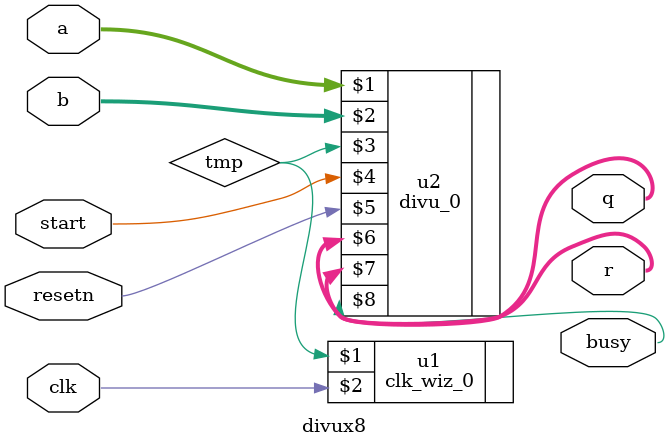
<source format=v>
`timescale 1ns / 1ps


module divux8(
    input [7:0] a, 
    input [7:0] b,
    input clk, 
    input start, 
    input resetn, 
    output [7:0] q,
    output [15:0] r,
    output busy
    );
//    module divu
//    #(parameter WIDTH = 8 )(
//    input [WIDTH-1:0] a,
//    input [WIDTH-1:0] b,
//    input clk,
//    input start,
//    input resetn,
//    output reg[ WIDTH-1:0] q,
//    output reg[ WIDTH-1:0] r,
//    output reg busy
//        );
    wire tmp;
    clk_wiz_0 u1(tmp,clk);
    divu_0 u2(a,b,tmp,start,resetn,q,r,busy);
endmodule

</source>
